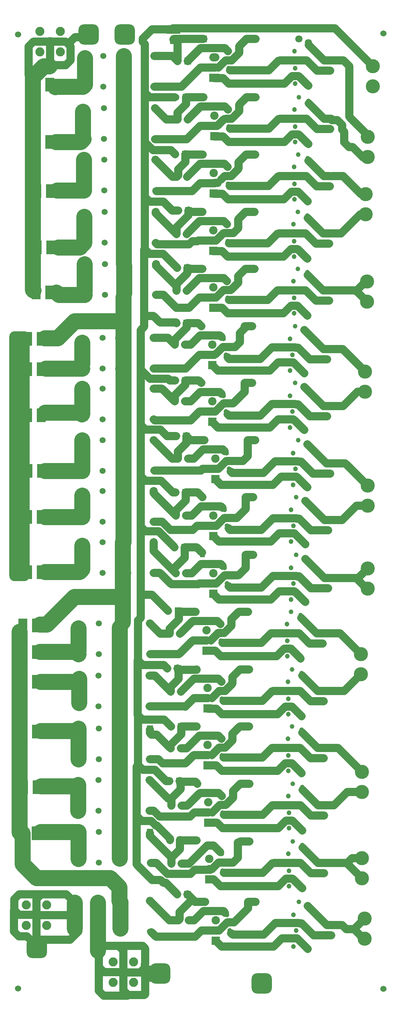
<source format=gtl>
G04 Layer: TopLayer*
G04 EasyEDA v6.5.39, 2023-12-18 16:16:31*
G04 0a3b229aafce46c6802f92c5d4cde22f,84f6a191e6f14c5fb88c895b5cbe8e50,10*
G04 Gerber Generator version 0.2*
G04 Scale: 100 percent, Rotated: No, Reflected: No *
G04 Dimensions in inches *
G04 leading zeros omitted , absolute positions ,3 integer and 6 decimal *
%FSLAX36Y36*%
%MOIN*%

%AMMACRO1*4,1,42,-0.0492,1.2205,0.0492,1.2205,0.0492,1.2205,0.0492,1.2205,0.0492,1.2205,0.068,1.2167,0.084,1.2061,0.0947,1.1901,0.0984,1.1713,0.0984,1.1713,0.0984,1.1713,0.0984,1.1713,0.0984,-1.1713,0.0984,-1.1713,0.0984,-1.1713,0.0984,-1.1713,0.0947,-1.1901,0.084,-1.2061,0.068,-1.2167,0.0492,-1.2205,0.0492,-1.2205,0.0492,-1.2205,0.0492,-1.2205,-0.0492,-1.2205,-0.0492,-1.2205,-0.0492,-1.2205,-0.0492,-1.2205,-0.068,-1.2167,-0.084,-1.2061,-0.0947,-1.1901,-0.0984,-1.1713,-0.0984,-1.1713,-0.0984,-1.1713,-0.0984,-1.1713,-0.0984,1.1713,-0.0984,1.1713,-0.0984,1.1713,-0.0984,1.1713,-0.0947,1.1901,-0.084,1.2061,-0.068,1.2167,-0.0492,1.2205,-0.0492,1.2205,0*%
%AMMACRO2*4,1,30,-0.0492,0.0984,0.0492,0.0984,0.0492,0.0984,0.068,0.0947,0.084,0.084,0.0947,0.068,0.0984,0.0492,0.0984,0.0492,0.0984,-0.0492,0.0984,-0.0492,0.0947,-0.068,0.084,-0.084,0.068,-0.0947,0.0492,-0.0984,0.0492,-0.0984,0.0492,-0.0984,0.0492,-0.0984,-0.0492,-0.0984,-0.0492,-0.0984,-0.068,-0.0947,-0.084,-0.084,-0.0947,-0.068,-0.0984,-0.0492,-0.0984,-0.0492,-0.0984,0.0492,-0.0984,0.0492,-0.0947,0.068,-0.084,0.084,-0.068,0.0947,-0.0492,0.0984,-0.0492,0.0984,0*%
%AMMACRO3*4,1,28,-0.0492,0.0984,0.0492,0.0984,0.0492,0.0984,0.068,0.0947,0.084,0.084,0.0947,0.068,0.0984,0.0492,0.0984,0.0492,0.0984,-0.0492,0.0984,-0.0492,0.0947,-0.068,0.084,-0.084,0.068,-0.0947,0.0492,-0.0984,0.0492,-0.0984,-0.0492,-0.0984,-0.0492,-0.0984,-0.068,-0.0947,-0.084,-0.084,-0.0947,-0.068,-0.0984,-0.0492,-0.0984,-0.0492,-0.0984,0.0492,-0.0984,0.0492,-0.0947,0.068,-0.084,0.084,-0.068,0.0947,-0.0492,0.0984,-0.0492,0.0984,0*%
%AMMACRO4*4,1,28,0.0492,-0.0984,-0.0492,-0.0984,-0.0492,-0.0984,-0.068,-0.0947,-0.084,-0.084,-0.0947,-0.068,-0.0984,-0.0492,-0.0984,-0.0492,-0.0984,0.0492,-0.0984,0.0492,-0.0947,0.068,-0.084,0.084,-0.068,0.0947,-0.0492,0.0984,-0.0492,0.0984,0.0492,0.0984,0.0492,0.0984,0.068,0.0947,0.084,0.084,0.0947,0.068,0.0984,0.0492,0.0984,0.0492,0.0984,-0.0492,0.0984,-0.0492,0.0947,-0.068,0.084,-0.084,0.068,-0.0947,0.0492,-0.0984,0.0492,-0.0984,0*%
%ADD10C,0.1575*%
%ADD11C,0.0787*%
%ADD12MACRO1*%
%ADD13MACRO2*%
%ADD14MACRO3*%
%ADD15MACRO4*%
%ADD16R,0.0906X0.1378*%
%ADD17C,0.0472*%
%ADD18C,0.0886*%
%ADD19C,0.0106*%
%ADD20C,0.0591*%
%ADD21R,0.0591X0.0591*%
%ADD22R,0.0453X0.0453*%
%ADD23C,0.0453*%
%ADD24C,0.0557*%
%ADD25R,0.0557X0.0557*%
%ADD26R,0.0815X0.0815*%
%ADD27C,0.0815*%
%ADD28R,0.0679X0.0679*%
%ADD29C,0.0679*%
%ADD30C,0.1378*%
%ADD31R,0.1378X0.0689*%
%ADD32R,0.0689X0.0689*%
%ADD33C,0.0709*%
%ADD34R,0.0709X0.0709*%
%ADD35R,0.0984X0.0815*%
%ADD36O,0.098425X0.081496*%
%ADD37C,0.0600*%
%ADD38C,0.1575*%

%LPD*%
D10*
X390000Y6175672D02*
G01*
X746826Y6175672D01*
D11*
X611938Y9346937D02*
G01*
X677186Y9412186D01*
X782186Y9412186D01*
X810000Y9440000D01*
X2082138Y9117138D02*
G01*
X2151259Y9186260D01*
X2211757Y9186260D01*
X2283379Y9257881D01*
X2283379Y9323379D01*
X2355000Y9395000D01*
X2445000Y9395000D01*
X1965000Y7985000D02*
G01*
X2035000Y7985000D01*
X2045000Y7985000D01*
X2035000Y7985000D01*
X2040000Y7990000D01*
X2075761Y7990000D01*
X2107500Y8022500D02*
G01*
X2141259Y8056260D01*
X2206757Y8056260D01*
X2278379Y8127881D01*
X2278379Y8193379D01*
X2350000Y8265000D01*
X2440000Y8265000D01*
X2127446Y7495000D02*
G01*
X2057973Y7425527D01*
X2127446Y7495000D01*
X1466923Y7403077D02*
G01*
X1480000Y7390000D01*
X1795568Y7390000D01*
X1825568Y7420000D01*
X1875000Y7420000D01*
X1879472Y7424473D01*
X2029472Y7424473D01*
X2030000Y7425000D01*
X2030527Y7425527D01*
X2057973Y7425527D01*
X2135000Y7500000D02*
G01*
X2227254Y7500000D01*
X2273379Y7546125D01*
X2273379Y7633379D01*
X2345000Y7705000D01*
X2435000Y7705000D01*
X1470000Y6895000D02*
G01*
X1543897Y6895000D01*
X1668897Y6770000D01*
X1750000Y6770000D01*
X1795000Y6770000D01*
X1894472Y6869473D01*
X2029472Y6869473D01*
X2030000Y6870000D01*
X2030527Y6870527D01*
X2057973Y6870527D01*
X2131223Y6943777D01*
X1446825Y4680672D02*
G01*
X1529327Y4680672D01*
X1530000Y4680000D01*
X1610000Y4600000D01*
X1830000Y4600000D01*
X1869472Y4639473D01*
X1904472Y4639473D01*
X2029472Y4639473D01*
X2030000Y4640000D01*
X2030527Y4640527D01*
X2062301Y4640527D01*
X2134766Y4712992D01*
X2136774Y4715000D01*
X2260000Y4715000D01*
X2268432Y4723431D02*
G01*
X2346259Y4801260D01*
X2346259Y4920000D01*
X2420000Y4920000D01*
X1446825Y4180671D02*
G01*
X1509327Y4180671D01*
X1620000Y4070000D01*
X1885000Y4070000D01*
X1889472Y4074473D01*
X2029472Y4074473D01*
X2030000Y4075000D01*
X2030527Y4075527D01*
X2062301Y4075527D01*
X2141774Y4155000D01*
X2270000Y4155000D01*
X2279394Y4159394D02*
G01*
X2346259Y4226260D01*
X2346259Y4355000D01*
X2420000Y4355000D01*
X2007695Y3520527D02*
G01*
X2078426Y3591259D01*
X2136757Y3591259D01*
X2208379Y3662881D01*
X2208379Y3728379D01*
X2280000Y3800000D01*
X2370000Y3800000D01*
X1991273Y1285000D02*
G01*
X1991273Y1285526D01*
X2017973Y1285526D01*
X2082446Y1350000D01*
X2223875Y1350000D01*
X2270000Y1396125D01*
X2270000Y1545000D01*
X2135000Y1250000D02*
G01*
X2515000Y1250000D01*
X2607992Y1342992D01*
X2295000Y1555000D02*
G01*
X2385000Y1555000D01*
X1425000Y670000D02*
G01*
X1470000Y625000D01*
X1855000Y625000D01*
X1865000Y635000D01*
X1914472Y684473D01*
X1929472Y684473D01*
X2054472Y684473D01*
X2055000Y685000D01*
X2055527Y685526D01*
X2087301Y685526D01*
X2166774Y765000D01*
X2232750Y765000D01*
X2371259Y903510D01*
X2371259Y965000D01*
X2445000Y965000D01*
X1455000Y5180000D02*
G01*
X1910000Y5180000D01*
X1924472Y5194473D01*
X2049472Y5194473D01*
X2050000Y5195000D01*
X2050527Y5195527D01*
X2080527Y5195527D01*
X2157956Y5272956D01*
X2320135Y5272956D01*
X2366259Y5319081D01*
X2366259Y5475000D01*
X1446825Y5680672D02*
G01*
X1457499Y5670000D01*
X1810000Y5670000D01*
X1894472Y5754473D01*
X2019472Y5754473D01*
X2020000Y5755000D01*
X2020527Y5755527D01*
X2052301Y5755527D01*
X2131774Y5835000D01*
X2225000Y5835000D01*
X2336259Y5946260D01*
X2336259Y6035000D01*
X2410000Y6035000D01*
X2266938Y6410391D02*
G01*
X2290000Y6433452D01*
X2290000Y6521774D01*
X2336259Y6568033D01*
X2336259Y6590000D01*
X2410000Y6590000D01*
X2057328Y6319882D02*
G01*
X2124774Y6387328D01*
X2243875Y6387328D01*
X2266937Y6410390D01*
X1446825Y6175672D02*
G01*
X1760672Y6175672D01*
X1894472Y6309473D01*
X2019472Y6309473D01*
X2020527Y6310527D01*
X2040527Y6310527D01*
X1460000Y8415000D02*
G01*
X1771832Y8415000D01*
X1901304Y8544473D01*
X2039472Y8544473D01*
X2040000Y8545000D01*
X2040527Y8545527D01*
X2067973Y8545527D01*
X2136223Y8613777D01*
X2153427Y8616260D02*
G01*
X2211757Y8616260D01*
X2283379Y8687881D01*
X2283379Y8753379D01*
X2355000Y8825000D01*
X2445000Y8825000D01*
X1635000Y9500000D02*
G01*
X1640000Y9500000D01*
X3220000Y9500000D01*
X3590000Y9130000D01*
X1455000Y9230000D02*
G01*
X1630000Y9230000D01*
X1680000Y9180000D01*
X1680000Y9385000D01*
X1446825Y4480672D02*
G01*
X1446825Y4393174D01*
X1632500Y4207500D01*
X1751825Y4326826D01*
X1751825Y4430674D01*
X1869325Y4430674D01*
X1920000Y4380000D01*
X1776825Y1040673D02*
G01*
X1826250Y991250D01*
X1852500Y965000D01*
X1950000Y965000D01*
X1410000Y975000D02*
G01*
X1600000Y785000D01*
X1690000Y785000D01*
X1701259Y796260D01*
X1701259Y866260D01*
X1826250Y991250D01*
X1470000Y7195000D02*
G01*
X1470000Y7180000D01*
X1659429Y6990571D01*
X1670000Y6980000D01*
X1670000Y6935000D01*
X1656825Y8270674D02*
G01*
X1617500Y8310000D01*
X1439503Y8310000D01*
X1360000Y8389502D01*
X1360000Y8871125D01*
X1360000Y9345000D01*
X1340000Y9365000D01*
X1340000Y9400000D01*
X1430000Y9490000D01*
X1640000Y9490000D01*
X1468174Y7704328D02*
G01*
X1468174Y7691826D01*
X1670000Y7490000D01*
X1670000Y7490000D01*
X1670000Y7555000D01*
X1786825Y7671826D01*
X1786825Y7720674D01*
X1802500Y7705000D01*
X1923740Y7705000D01*
X1659429Y6990571D02*
G01*
X1776825Y7107968D01*
X1776825Y7160674D01*
X1787500Y7150000D01*
X1923740Y7150000D01*
X1446825Y6475672D02*
G01*
X1589327Y6475672D01*
X1655000Y6410000D01*
X1655000Y6460000D01*
X1771825Y6576826D01*
X1771825Y6620674D01*
X1884325Y6620674D01*
X1915000Y6590000D01*
X1446825Y5980672D02*
G01*
X1529327Y5980672D01*
X1655000Y5855000D01*
X1655000Y5915000D01*
X1756825Y6016826D01*
X1756825Y6060674D01*
X1889325Y6060674D01*
X1915000Y6035000D01*
X1446825Y4980672D02*
G01*
X1446825Y4958174D01*
X1665000Y4740000D01*
X1665000Y4740000D01*
X1665000Y4790000D01*
X1761825Y4886826D01*
X1761825Y4965674D01*
X1879325Y4965674D01*
X1925000Y4920000D01*
X1632500Y4207500D02*
G01*
X1665000Y4175000D01*
X1620000Y1905000D02*
G01*
X1620000Y1975000D01*
X1710000Y2065000D01*
X1710000Y2137500D01*
X1856241Y2137500D01*
X1873740Y2120000D01*
X1720000Y1905000D02*
G01*
X1775000Y1905000D01*
X1900118Y2030118D01*
X2084882Y2030118D01*
X2115000Y2000000D01*
X1720000Y1340000D02*
G01*
X1795000Y1340000D01*
X1969884Y1514884D01*
X2035115Y1514884D01*
X2097500Y1452500D01*
X3290000Y740000D02*
G01*
X3331575Y698425D01*
X3406575Y698425D01*
X3500000Y605000D01*
X3510000Y605000D01*
X2955000Y926260D02*
G01*
X3141259Y740000D01*
X3180000Y740000D01*
X3275000Y740000D01*
X1581825Y3245674D02*
G01*
X1547500Y3280000D01*
X1341125Y3280000D01*
X1295000Y3326125D01*
X1295000Y3715000D01*
X1320000Y3740000D01*
X1320000Y3965000D01*
X1320000Y4631125D01*
X1320000Y5126125D01*
X1320000Y5626125D01*
X1366125Y5580000D01*
X1515000Y5580000D01*
X1579325Y5515674D01*
X1666825Y5515674D01*
X1320000Y3965000D02*
G01*
X1432500Y3965000D01*
X1586825Y3810674D01*
X1775000Y8825000D02*
G01*
X1933740Y8825000D01*
X290000Y840000D02*
G01*
X131125Y840000D01*
X85000Y886125D01*
X80000Y881125D01*
X80000Y675046D01*
X126125Y628921D01*
X206079Y628921D01*
X240000Y595000D01*
X85000Y886125D02*
G01*
X85000Y993874D01*
X131125Y1040000D01*
X348625Y1040000D01*
X302500Y993874D01*
X302500Y834837D01*
X660000Y834837D01*
X1363940Y340000D02*
G01*
X1363940Y63940D01*
X1355000Y55000D01*
X1196125Y55000D01*
X1191125Y50000D01*
X956125Y50000D01*
X910000Y96124D01*
X910000Y340000D01*
X302500Y575000D02*
G01*
X302500Y595000D01*
X302500Y834837D01*
X340000Y595000D02*
G01*
X630000Y595000D01*
X710000Y675000D01*
D10*
X675000Y705000D02*
G01*
X675000Y834837D01*
X675000Y960000D01*
D11*
X348625Y1040000D02*
G01*
X595000Y1040000D01*
X642500Y992500D01*
D10*
X900000Y490000D02*
G01*
X900000Y960000D01*
D11*
X1196125Y55000D02*
G01*
X1150000Y101124D01*
X1150000Y280000D01*
X960000Y280000D01*
X955000Y285000D01*
X910000Y330000D01*
X910000Y970000D01*
D10*
X1405000Y265000D02*
G01*
X1505000Y265000D01*
D11*
X1090000Y535000D02*
G01*
X1340000Y535000D01*
X1365000Y510000D01*
X1365000Y357842D01*
X1362205Y355047D01*
X1362205Y321125D01*
X1316080Y275000D01*
X1157663Y275000D01*
X1152663Y280000D01*
X1150000Y280000D01*
X1150000Y488874D01*
X1103875Y535000D01*
X930000Y535000D01*
D10*
X1120000Y705000D02*
G01*
X1120000Y965000D01*
X1110000Y975000D01*
X1112289Y977289D01*
X1112289Y1107750D01*
X1020038Y1200000D01*
X300000Y1200000D01*
X163070Y1336929D01*
X163070Y1635000D01*
D11*
X1606825Y1570674D02*
G01*
X1606825Y1581782D01*
X1477348Y1711259D01*
X1466446Y1711259D01*
X1422705Y1755000D01*
X1330000Y1755000D01*
X1280000Y1805000D01*
X1280000Y1331175D01*
X1431175Y1180000D01*
X1514503Y1180000D01*
X1543243Y1151260D01*
X1566240Y1151260D01*
X1676825Y1040673D01*
D10*
X135000Y1645000D02*
G01*
X135000Y2085000D01*
X135000Y2630000D01*
X135000Y3110000D01*
X135000Y3605000D01*
X335000Y3675000D02*
G01*
X400000Y3675000D01*
X670000Y3945000D01*
X1070000Y3945000D01*
X1145000Y3700000D02*
G01*
X1145000Y4178846D01*
X1146825Y4180671D01*
X1145000Y4182498D01*
X1145000Y4478846D01*
X1146825Y4480672D01*
D11*
X1420000Y1345000D02*
G01*
X1475000Y1345000D01*
X1580000Y1240000D01*
X1808172Y1240000D01*
X1848172Y1280000D01*
X2000000Y1280000D01*
X1320000Y5626125D02*
G01*
X1320000Y6165000D01*
X1320000Y6550000D01*
X1355000Y6585000D01*
X1355000Y6690000D01*
X1445000Y6690000D01*
X1510000Y6625000D01*
X1667500Y6625000D01*
X1671825Y6620674D01*
D10*
X1146825Y6475672D02*
G01*
X1150000Y6478846D01*
X1150000Y6875000D01*
D11*
X1355000Y6690000D02*
G01*
X1355000Y7336125D01*
X1360000Y7341125D01*
X1406125Y7295000D01*
X1542500Y7295000D01*
X1676825Y7160674D01*
X2205000Y660000D02*
G01*
X2220000Y645000D01*
X2525000Y645000D01*
X2637992Y757992D01*
X2869841Y757992D01*
X2872833Y755000D01*
X2895000Y755000D01*
X3010000Y640000D01*
X3185000Y640000D01*
X2055000Y585000D02*
G01*
X2110000Y530000D01*
X2165394Y530000D01*
X2620000Y530000D01*
X2700000Y610000D01*
X2850000Y610000D01*
X2955000Y505000D01*
X1790000Y785000D02*
G01*
X1845000Y785000D01*
X1935118Y875117D01*
X2129882Y875117D01*
X2145000Y860000D01*
X3413150Y705000D02*
G01*
X3510000Y801850D01*
D10*
X1157500Y6907500D02*
G01*
X1157500Y7182500D01*
X1146825Y6175672D02*
G01*
X1150000Y6178846D01*
X1150000Y6472498D01*
X1150000Y4480672D02*
G01*
X1150000Y4680672D01*
X1150000Y4980672D01*
X1150000Y5175672D01*
X1150000Y5475672D01*
X1150000Y5980672D01*
X1150000Y6175672D01*
X1155000Y7195000D02*
G01*
X1155000Y7404328D01*
X1155000Y7704328D01*
X1155000Y7915000D01*
X1155000Y8215000D01*
X1155000Y8420000D01*
X1155000Y8930000D01*
X1155000Y9230000D01*
D11*
X2030000Y3975000D02*
G01*
X2085000Y3920000D01*
X2140394Y3920000D01*
X2595000Y3920000D01*
X2675000Y4000000D01*
X2825000Y4000000D01*
X2930000Y3895000D01*
D10*
X385000Y5745000D02*
G01*
X682499Y5745000D01*
D11*
X1320000Y6165000D02*
G01*
X1410000Y6075000D01*
X1590000Y6075000D01*
X1604325Y6060674D01*
X1656825Y6060674D01*
X2920000Y6551260D02*
G01*
X3106259Y6365000D01*
X3145000Y6365000D01*
X3296850Y6365000D01*
X3515000Y6146849D01*
X2170000Y6285000D02*
G01*
X2185000Y6270000D01*
X2490000Y6270000D01*
X2602992Y6382992D01*
X2834841Y6382992D01*
X2837833Y6380000D01*
X2860000Y6380000D01*
X2975000Y6265000D01*
X3145000Y6265000D01*
X2020000Y6210000D02*
G01*
X2075000Y6155000D01*
X2130394Y6155000D01*
X2585000Y6155000D01*
X2665000Y6235000D01*
X2815000Y6235000D01*
X2920000Y6130000D01*
X2920000Y5996260D02*
G01*
X3106259Y5810000D01*
X3145000Y5810000D01*
X3300000Y5810000D01*
X3440000Y5950000D01*
X3515000Y5950000D01*
X2170000Y5730000D02*
G01*
X2185000Y5715000D01*
X2490000Y5715000D01*
X2602992Y5827992D01*
X2834841Y5827992D01*
X2837833Y5825000D01*
X2860000Y5825000D01*
X2975000Y5710000D01*
X3145000Y5710000D01*
X2020000Y5655000D02*
G01*
X2075000Y5600000D01*
X2130394Y5600000D01*
X2585000Y5600000D01*
X2665000Y5680000D01*
X2815000Y5680000D01*
X2920000Y5575000D01*
X2950000Y5436260D02*
G01*
X3136259Y5250000D01*
X3175000Y5250000D01*
X2200000Y5170000D02*
G01*
X2215000Y5155000D01*
X2520000Y5155000D01*
X2632992Y5267992D01*
X2864841Y5267992D01*
X2867833Y5265000D01*
X2890000Y5265000D01*
X3005000Y5150000D01*
X3175000Y5150000D01*
X3185000Y5250000D02*
G01*
X3321850Y5250000D01*
X3540000Y5031849D01*
X2380000Y5475000D02*
G01*
X2440000Y5475000D01*
X1755000Y6410000D02*
G01*
X1810000Y6410000D01*
X1900118Y6500118D01*
X2094882Y6500118D01*
X2110000Y6485000D01*
X1755000Y5855000D02*
G01*
X1810000Y5855000D01*
X1900118Y5945118D01*
X2094882Y5945118D01*
X2110000Y5930000D01*
X1785000Y5295000D02*
G01*
X1840000Y5295000D01*
X1930118Y5385118D01*
X2124882Y5385118D01*
X2140000Y5370000D01*
X1446825Y5475672D02*
G01*
X1627499Y5295000D01*
X1685000Y5295000D01*
X1685000Y5364424D01*
X1766825Y5446250D01*
X1766825Y5515674D01*
X1807500Y5475000D01*
X1945000Y5475000D01*
X2050000Y5095000D02*
G01*
X2105000Y5040000D01*
X2160394Y5040000D01*
X2615000Y5040000D01*
X2695000Y5120000D01*
X2845000Y5120000D01*
X2950000Y5015000D01*
X2930000Y4881260D02*
G01*
X3116259Y4695000D01*
X3155000Y4695000D01*
X3290000Y4695000D01*
X3430000Y4835000D01*
X3540000Y4835000D01*
X2180000Y4615000D02*
G01*
X2195000Y4600000D01*
X2500000Y4600000D01*
X2612992Y4712992D01*
X2844841Y4712992D01*
X2847833Y4710000D01*
X2870000Y4710000D01*
X2985000Y4595000D01*
X3155000Y4595000D01*
X2030000Y4540000D02*
G01*
X2085000Y4485000D01*
X2140394Y4485000D01*
X2595000Y4485000D01*
X2675000Y4565000D01*
X2825000Y4565000D01*
X2930000Y4460000D01*
X2930000Y4316260D02*
G01*
X3116259Y4130000D01*
X3155000Y4130000D01*
X3448150Y4130000D01*
X3443150Y4125000D02*
G01*
X3540000Y4221849D01*
X2180000Y4050000D02*
G01*
X2195000Y4035000D01*
X2500000Y4035000D01*
X2612992Y4147992D01*
X2844841Y4147992D01*
X2847833Y4145000D01*
X2870000Y4145000D01*
X2985000Y4030000D01*
X3155000Y4030000D01*
X3436575Y4118424D02*
G01*
X3530000Y4025000D01*
X3540000Y4025000D01*
X1765000Y4740000D02*
G01*
X1820000Y4740000D01*
X1910118Y4830118D01*
X2104882Y4830118D01*
X2120000Y4815000D01*
X1765000Y4175000D02*
G01*
X1820000Y4175000D01*
X1910118Y4265118D01*
X2104882Y4265118D01*
X2120000Y4250000D01*
D10*
X380000Y6472500D02*
G01*
X392500Y6472500D01*
X507500Y6472500D01*
X675000Y6640000D01*
X1057749Y6640000D01*
X745000Y5730000D02*
G01*
X746826Y5731826D01*
X746826Y5980672D01*
D11*
X1320000Y5126125D02*
G01*
X1366125Y5080000D01*
X1520000Y5080000D01*
X1634325Y4965674D01*
X1661825Y4965674D01*
D10*
X746826Y6220672D02*
G01*
X746826Y6430672D01*
X385000Y5175672D02*
G01*
X746826Y5175672D01*
X746826Y5475672D01*
X385000Y4725672D02*
G01*
X746826Y4725672D01*
X746826Y4935672D01*
D11*
X1320000Y4631125D02*
G01*
X1366125Y4585000D01*
X1497500Y4585000D01*
X1651825Y4430674D01*
D10*
X385000Y4190000D02*
G01*
X721826Y4190000D01*
X746826Y4215000D01*
X746826Y4445000D01*
X1115000Y1390000D02*
G01*
X1115000Y1854327D01*
X1115000Y2360000D01*
X1115000Y2660000D01*
X1115000Y3174328D01*
X1115000Y3645000D01*
X710000Y1385000D02*
G01*
X710000Y1650000D01*
X340000Y1650000D01*
D11*
X2620000Y1345000D02*
G01*
X2885000Y1345000D01*
X2985000Y1245000D01*
X3115000Y1245000D01*
X3337500Y1342500D02*
G01*
X3485000Y1195000D01*
X2905000Y1495000D02*
G01*
X3055000Y1345000D01*
X3115000Y1345000D01*
X3340000Y1345000D01*
X3386850Y1391850D01*
X3485000Y1391850D01*
X2000000Y1185000D02*
G01*
X2035118Y1185000D01*
X2100118Y1120000D01*
X2120394Y1120000D01*
X2666774Y1120000D01*
X2739766Y1192992D01*
X2805748Y1192992D01*
X2900000Y1098740D01*
X1620000Y1340000D02*
G01*
X1620000Y1395000D01*
X1705000Y1480000D01*
X1705000Y1568847D01*
X1706825Y1570674D01*
X1712500Y1565000D01*
X1868740Y1565000D01*
X1620000Y1395000D02*
G01*
X1620000Y1400000D01*
X1410000Y1610000D01*
X1410000Y1635000D01*
X1415000Y3385000D02*
G01*
X1695000Y3385000D01*
X1829472Y3519473D01*
X1964472Y3519473D01*
X1965000Y3520000D01*
X1705000Y3585000D02*
G01*
X1830118Y3710118D01*
X2069882Y3710118D01*
X2100000Y3680000D01*
X1410000Y3685000D02*
G01*
X1510000Y3585000D01*
X1605000Y3585000D01*
X1605000Y3635000D01*
X1695000Y3725000D01*
X1695000Y3802500D01*
X1697500Y3800000D01*
X1858740Y3800000D01*
X1975000Y2855000D02*
G01*
X1976378Y2853621D01*
X2061772Y2853621D01*
X2115394Y2800000D01*
X2661774Y2800000D01*
X2734766Y2872992D01*
X2800748Y2872992D01*
X2895000Y2778740D01*
X1757500Y2872500D02*
G01*
X1839472Y2954473D01*
X1974472Y2954473D01*
X1975000Y2955000D01*
X2017695Y2955527D02*
G01*
X2088426Y3026259D01*
X2146757Y3026259D01*
X2218379Y3097881D01*
X2218379Y3163379D01*
X2290000Y3235000D01*
X2380000Y3235000D01*
X1715000Y3020000D02*
G01*
X1840118Y3145118D01*
X2079882Y3145118D01*
X2110000Y3115000D01*
X1681825Y3245674D02*
G01*
X1692500Y3235000D01*
X1692500Y3233858D01*
X1867599Y3233858D01*
X1868740Y3235000D01*
X1965000Y3420000D02*
G01*
X1966378Y3418621D01*
X2051772Y3418621D01*
X2105394Y3365000D01*
X2651774Y3365000D01*
X2724766Y3437992D01*
X2790748Y3437992D01*
X2885000Y3343740D01*
X1980000Y1740000D02*
G01*
X1981378Y1738621D01*
X2066772Y1738621D01*
X2120394Y1685000D01*
X2666774Y1685000D01*
X2739766Y1757991D01*
X2805748Y1757991D01*
X2900000Y1663740D01*
X1408174Y1854327D02*
G01*
X1448875Y1854327D01*
X1503202Y1800000D01*
X1805000Y1800000D01*
X1844472Y1839472D01*
X1979472Y1839472D01*
X1980000Y1840000D01*
X2022695Y1840527D02*
G01*
X2093426Y1911259D01*
X2151757Y1911259D01*
X2223379Y1982880D01*
X2223379Y2048379D01*
X2295000Y2120000D01*
X2385000Y2120000D01*
X1975000Y2300000D02*
G01*
X1976378Y2298621D01*
X2061772Y2298621D01*
X2115394Y2245000D01*
X2661774Y2245000D01*
X2734766Y2317992D01*
X2800748Y2317992D01*
X2895000Y2223740D01*
X2017695Y2400527D02*
G01*
X2088426Y2471259D01*
X2146757Y2471259D01*
X2218379Y2542881D01*
X2218379Y2608379D01*
X2290000Y2680000D01*
X2380000Y2680000D01*
X1715000Y2465000D02*
G01*
X1770000Y2465000D01*
X1895118Y2590118D01*
X2079882Y2590118D01*
X2110000Y2560000D01*
X2135000Y1815000D02*
G01*
X2515000Y1815000D01*
X2607992Y1907991D01*
X2130000Y2375000D02*
G01*
X2510000Y2375000D01*
X2602992Y2467992D01*
X2130000Y2930000D02*
G01*
X2510000Y2930000D01*
X2602992Y3022992D01*
X2120000Y3495000D02*
G01*
X2500000Y3495000D01*
X2592992Y3587992D01*
X2605000Y3590000D02*
G01*
X2870000Y3590000D01*
X2970000Y3490000D01*
X3100000Y3490000D01*
X2620000Y1910000D02*
G01*
X2885000Y1910000D01*
X2985000Y1810000D01*
X3115000Y1810000D01*
X2615000Y2470000D02*
G01*
X2880000Y2470000D01*
X2980000Y2370000D01*
X3110000Y2370000D01*
X2615000Y3025000D02*
G01*
X2880000Y3025000D01*
X2980000Y2925000D01*
X3110000Y2925000D01*
X2905000Y2060000D02*
G01*
X3055000Y1910000D01*
X3115000Y1910000D01*
X3210000Y1910000D01*
X3340000Y2040000D01*
X3485000Y2040000D01*
X3125000Y2470000D02*
G01*
X3251850Y2470000D01*
X3485000Y2236850D01*
X2900000Y2620000D02*
G01*
X3050000Y2470000D01*
X3110000Y2470000D01*
X2900000Y3175000D02*
G01*
X3050000Y3025000D01*
X3110000Y3025000D01*
X3120000Y3025000D02*
G01*
X3310000Y3025000D01*
X3475000Y3190000D01*
X2890000Y3740000D02*
G01*
X3040000Y3590000D01*
X3100000Y3590000D01*
X3271850Y3590000D01*
X3475000Y3386850D01*
D10*
X718005Y2910000D02*
G01*
X718005Y3145000D01*
X340000Y3114328D02*
G01*
X648173Y3114328D01*
X335000Y3410000D02*
G01*
X685000Y3410000D01*
X710000Y3385000D01*
X708173Y1854327D02*
G01*
X708173Y2109328D01*
X693173Y2094327D01*
X345000Y2094327D01*
X710000Y2360000D02*
G01*
X710000Y2660000D01*
X684327Y2634328D01*
X340000Y2634328D01*
D11*
X1280000Y1805000D02*
G01*
X1280000Y2286125D01*
X1295000Y2301125D01*
X1295000Y2786125D01*
X1336125Y2745000D01*
X1552500Y2745000D01*
X1616825Y2680674D01*
X1408174Y2154328D02*
G01*
X1587502Y1975000D01*
X1620000Y1975000D01*
X1295000Y2301125D02*
G01*
X1341125Y2255000D01*
X1460000Y2255000D01*
X1569325Y2145674D01*
X1601825Y2145674D01*
X1410000Y2360000D02*
G01*
X1495000Y2360000D01*
X1535672Y2319328D01*
X1757500Y2319328D01*
X1410000Y2650000D02*
G01*
X1410000Y2615000D01*
X1425000Y2600000D01*
X1477500Y2600000D01*
X1602500Y2475000D01*
X1605000Y2475000D01*
X1615000Y2465000D01*
D10*
X710000Y3420000D02*
G01*
X710000Y3640000D01*
D11*
X1295000Y3326125D02*
G01*
X1290000Y3321125D01*
X1290000Y2791125D01*
X1295000Y2786125D01*
X1408174Y3174328D02*
G01*
X1460672Y3174328D01*
X1615000Y3020000D01*
X1615000Y3065000D01*
X1692500Y3142500D01*
X1692500Y3233858D01*
X1687163Y3233858D01*
X1701825Y2145674D02*
G01*
X1710000Y2137500D01*
X1615000Y2500000D02*
G01*
X1716825Y2601826D01*
X1716825Y2680674D01*
X1717500Y2680000D01*
X1868740Y2680000D01*
X1757500Y2317500D02*
G01*
X1839472Y2399473D01*
X1974472Y2399473D01*
X1975000Y2400000D01*
X1408174Y2874328D02*
G01*
X1757500Y2874328D01*
X480000Y9140000D02*
G01*
X588874Y9140000D01*
X635000Y9186125D01*
X635000Y9323875D01*
X588874Y9370000D01*
X435000Y9370000D01*
X433117Y9368117D01*
X433117Y9361157D01*
X432742Y9360782D01*
X432742Y9140000D01*
D10*
X485000Y8926413D02*
G01*
X481413Y8930000D01*
X755000Y8930000D01*
X775000Y8950000D01*
X775000Y9210000D01*
D11*
X225000Y9047137D02*
G01*
X225000Y9280000D01*
X225000Y9321992D01*
X271125Y9368117D01*
X433117Y9368117D01*
D10*
X270000Y6940000D02*
G01*
X265000Y6945000D01*
X265000Y7915000D01*
X265000Y8390000D01*
X265000Y8950000D01*
X265000Y9022742D01*
X372257Y9130000D01*
X427742Y9130000D01*
X512795Y7360000D02*
G01*
X723846Y7360000D01*
X768173Y7404328D01*
X768173Y7659328D01*
X495000Y6920000D02*
G01*
X520000Y6895000D01*
X770000Y6895000D01*
X500000Y7915000D02*
G01*
X765000Y7915000D01*
X765000Y8215000D01*
X490000Y8390000D02*
G01*
X730000Y8390000D01*
X760000Y8420000D01*
D11*
X3185000Y8615000D02*
G01*
X3175000Y8615000D01*
X3186259Y8603740D01*
X3211757Y8603740D01*
X3213259Y8602238D01*
X3245017Y8602238D01*
X3290000Y8557255D01*
X3290000Y8510000D01*
X3310000Y8490000D01*
X3310000Y8386125D01*
X3356125Y8340000D01*
X3395000Y8340000D01*
X3495000Y8240000D01*
X3550000Y8240000D01*
X3432203Y8302797D02*
G01*
X3432297Y8302703D01*
X2965000Y9335000D02*
G01*
X3115000Y9185000D01*
X3175000Y9185000D01*
X3305000Y9185000D01*
X3360000Y9130000D01*
X3360000Y8635000D01*
X3542500Y8452500D01*
X3435000Y6925000D02*
G01*
X3438150Y6925000D01*
X3535000Y6828150D01*
X2955000Y7090000D02*
G01*
X3105000Y6940000D01*
X3165000Y6940000D01*
X3435000Y6940000D01*
X3520000Y7025000D01*
X3535000Y7025000D01*
X2955000Y7645000D02*
G01*
X3105000Y7495000D01*
X3165000Y7495000D01*
X3280000Y7495000D01*
X3395000Y7610000D01*
X3468150Y7683150D01*
X3520000Y7683150D01*
X2960000Y8205000D02*
G01*
X3110000Y8055000D01*
X3170000Y8055000D01*
X3190000Y8055000D02*
G01*
X3300000Y8055000D01*
X3475000Y7880000D01*
X3520000Y7880000D01*
X1360000Y7341125D02*
G01*
X1360000Y7851125D01*
X1360000Y8389502D01*
X1360000Y7851125D02*
G01*
X1406125Y7805000D01*
X1545000Y7805000D01*
X1629325Y7720674D01*
X1686825Y7720674D01*
X1465000Y8215000D02*
G01*
X1630000Y8050000D01*
X1675000Y8050000D01*
X1686259Y8061260D01*
X1686259Y8121260D01*
X1756825Y8191826D01*
X1756825Y8270674D01*
X1762500Y8265000D01*
X1928740Y8265000D01*
X1460000Y8720000D02*
G01*
X1570000Y8610000D01*
X1680000Y8610000D01*
X1680000Y8675000D01*
X1765000Y8760000D01*
X1765000Y8825000D01*
X1360000Y8871125D02*
G01*
X1406125Y8825000D01*
X1655000Y8825000D01*
X1640000Y9390000D02*
G01*
X1645000Y9395000D01*
X1933740Y9395000D01*
X1475000Y7910000D02*
G01*
X1710000Y7910000D01*
X1810000Y7910000D01*
X1825000Y7910000D01*
X1900000Y7985000D01*
X1953661Y7985000D01*
X2029472Y7424473D02*
G01*
X2030000Y7425000D01*
X2030000Y6770000D02*
G01*
X2031378Y6768622D01*
X2116772Y6768622D01*
X2170394Y6715000D01*
X2716774Y6715000D01*
X2789766Y6787992D01*
X2855748Y6787992D01*
X2950000Y6693740D01*
X2670000Y6940000D02*
G01*
X2935000Y6940000D01*
X3035000Y6840000D01*
X3165000Y6840000D01*
X1770000Y6935000D02*
G01*
X1895118Y7060118D01*
X2134882Y7060118D01*
X2165000Y7030000D01*
X2143427Y6941260D02*
G01*
X2201757Y6941260D01*
X2273379Y7012881D01*
X2273379Y7078379D01*
X2345000Y7150000D01*
X2435000Y7150000D01*
X2185000Y6845000D02*
G01*
X2565000Y6845000D01*
X2657992Y6937992D01*
X2030000Y7325000D02*
G01*
X2031378Y7323622D01*
X2116772Y7323622D01*
X2170394Y7270000D01*
X2716774Y7270000D01*
X2789766Y7342992D01*
X2855748Y7342992D01*
X2950000Y7248740D01*
X2670000Y7495000D02*
G01*
X2935000Y7495000D01*
X3035000Y7395000D01*
X3165000Y7395000D01*
X1770000Y7490000D02*
G01*
X1895118Y7615118D01*
X2134882Y7615118D01*
X2165000Y7585000D01*
X2185000Y7400000D02*
G01*
X2565000Y7400000D01*
X2657992Y7492992D01*
X2034472Y7984473D02*
G01*
X2035000Y7985000D01*
X2035000Y7885000D02*
G01*
X2036378Y7883622D01*
X2121772Y7883622D01*
X2175394Y7830000D01*
X2721774Y7830000D01*
X2794766Y7902992D01*
X2860748Y7902992D01*
X2955000Y7808740D01*
X2675000Y8055000D02*
G01*
X2940000Y8055000D01*
X3040000Y7955000D01*
X3170000Y7955000D01*
X1775000Y8050000D02*
G01*
X1900118Y8175118D01*
X2139882Y8175118D01*
X2170000Y8145000D01*
X2190000Y7960000D02*
G01*
X2570000Y7960000D01*
X2662992Y8052992D01*
X2965000Y8765000D02*
G01*
X3115000Y8615000D01*
X3175000Y8615000D01*
X2040000Y8445000D02*
G01*
X2041378Y8443622D01*
X2126772Y8443622D01*
X2180394Y8390000D01*
X2726774Y8390000D01*
X2799766Y8462992D01*
X2865748Y8462992D01*
X2960000Y8368740D01*
X2680000Y8615000D02*
G01*
X2945000Y8615000D01*
X3045000Y8515000D01*
X3175000Y8515000D01*
X1780000Y8610000D02*
G01*
X1905118Y8735118D01*
X2144882Y8735118D01*
X2175000Y8705000D01*
X2195000Y8520000D02*
G01*
X2575000Y8520000D01*
X2667992Y8612992D01*
X1455000Y8930000D02*
G01*
X1694503Y8930000D01*
X1694751Y8929751D01*
X1719751Y8929751D01*
X1904472Y9114473D01*
X2039472Y9114473D01*
X2040000Y9115000D01*
X2195000Y9090000D02*
G01*
X2575000Y9090000D01*
X2667992Y9182992D01*
X2040000Y9015000D02*
G01*
X2041378Y9013622D01*
X2126772Y9013622D01*
X2180394Y8960000D01*
X2726774Y8960000D01*
X2799766Y9032992D01*
X2865748Y9032992D01*
X2960000Y8938740D01*
X1780000Y9180000D02*
G01*
X1905118Y9305118D01*
X2144882Y9305118D01*
X2175000Y9275000D01*
X2680000Y9185000D02*
G01*
X2945000Y9185000D01*
X3045000Y9085000D01*
X3175000Y9085000D01*
D10*
X770000Y6930000D02*
G01*
X770000Y7195000D01*
X753173Y8429328D02*
G01*
X753173Y8684328D01*
D12*
G01*
X135000Y5319999D03*
D13*
G01*
X1165000Y9440000D03*
D14*
G01*
X2505000Y170000D03*
G01*
X1510000Y265000D03*
D15*
G01*
X305000Y515000D03*
D13*
G01*
X810000Y9440000D03*
D16*
G01*
X213069Y4185000D03*
G01*
X346930Y4185000D03*
G01*
X213069Y4725000D03*
G01*
X346930Y4725000D03*
G01*
X351930Y5175000D03*
G01*
X218069Y5175000D03*
G01*
X346930Y5720000D03*
G01*
X213069Y5720000D03*
G01*
X346930Y6170000D03*
G01*
X213069Y6170000D03*
G01*
X346930Y6465000D03*
G01*
X213069Y6465000D03*
G01*
X296930Y1635000D03*
G01*
X163069Y1635000D03*
G01*
X306930Y2085000D03*
G01*
X173069Y2085000D03*
G01*
X301930Y2630000D03*
G01*
X168069Y2630000D03*
G01*
X301930Y3115000D03*
G01*
X168069Y3115000D03*
G01*
X301930Y3405000D03*
G01*
X168069Y3405000D03*
G01*
X301930Y3665000D03*
G01*
X168069Y3665000D03*
G01*
X298069Y6920000D03*
G01*
X431930Y6920000D03*
G01*
X308069Y7360000D03*
G01*
X441930Y7360000D03*
G01*
X303069Y7910000D03*
G01*
X436930Y7910000D03*
G01*
X298069Y8390000D03*
G01*
X431930Y8390000D03*
G01*
X298069Y8950000D03*
G01*
X431930Y8950000D03*
D11*
G75*
G01*
X2057328Y6319882D02*
G03*
X2040527Y6310527I29618J-72958D01*
D17*
G01*
X2175000Y9275000D03*
G01*
X2824610Y9275000D03*
D18*
G01*
X435000Y9370000D03*
G01*
X535000Y9270000D03*
G01*
X535000Y9470000D03*
G01*
X335000Y9470000D03*
G01*
X335000Y9270000D03*
G01*
X1050000Y380000D03*
G01*
X1250000Y380000D03*
G01*
X1250000Y180000D03*
G01*
X1050000Y180000D03*
G01*
X1150000Y280000D03*
G01*
X202500Y934840D03*
G01*
X402500Y934840D03*
G01*
X402500Y734840D03*
G01*
X202500Y734840D03*
G01*
X302500Y834840D03*
D20*
G01*
X1410000Y675000D03*
G01*
X1110000Y675000D03*
G01*
X910000Y675000D03*
G01*
X710000Y675000D03*
G01*
X710000Y975000D03*
G01*
X910000Y975000D03*
G01*
X1110000Y975000D03*
D21*
G01*
X1410000Y975000D03*
D17*
G01*
X2165000Y840000D03*
G01*
X2814610Y840000D03*
G01*
X2190000Y685000D03*
G01*
X2839610Y685000D03*
D22*
G01*
X1950000Y965000D03*
D23*
G01*
X2371259Y965000D03*
D22*
G01*
X2445000Y965000D03*
D23*
G01*
X2866259Y965000D03*
D24*
G01*
X3180000Y740000D03*
D25*
G01*
X3180000Y640000D03*
G01*
X1790000Y785000D03*
D24*
G01*
X1690000Y785000D03*
D17*
G01*
X2815000Y530000D03*
G01*
X2165390Y530000D03*
D26*
G01*
X2055000Y585000D03*
D27*
G01*
X2055000Y685000D03*
G01*
X2055000Y785000D03*
D17*
G01*
X2955000Y505000D03*
G01*
X2955000Y926260D03*
D28*
G01*
X1776830Y1040670D03*
D29*
G01*
X1676830Y1040670D03*
D30*
G01*
X3510000Y605000D03*
G01*
X3510000Y801850D03*
G01*
X3540000Y4025000D03*
G01*
X3540000Y4221849D03*
G01*
X3540000Y4835000D03*
G01*
X3540000Y5031849D03*
G01*
X3515000Y5950000D03*
G01*
X3515000Y6146849D03*
G01*
X3485000Y1195000D03*
G01*
X3485000Y1391850D03*
G01*
X3485000Y2040000D03*
G01*
X3485000Y2236850D03*
G01*
X3535000Y7025000D03*
G01*
X3535000Y6828150D03*
G01*
X3520000Y7880000D03*
G01*
X3520000Y7683150D03*
G01*
X3540000Y8440000D03*
G01*
X3540000Y8243150D03*
D29*
G01*
X1651830Y4430670D03*
D28*
G01*
X1751830Y4430670D03*
D29*
G01*
X1661830Y4965670D03*
D28*
G01*
X1761830Y4965670D03*
D29*
G01*
X1666830Y5515670D03*
D28*
G01*
X1766830Y5515670D03*
G01*
X1756830Y6060670D03*
D29*
G01*
X1656830Y6060670D03*
D28*
G01*
X1771830Y6620670D03*
D29*
G01*
X1671830Y6620670D03*
D28*
G01*
X1706830Y1570670D03*
D29*
G01*
X1606830Y1570670D03*
D28*
G01*
X1701830Y2145670D03*
D29*
G01*
X1601830Y2145670D03*
D28*
G01*
X1716830Y2680670D03*
D29*
G01*
X1616830Y2680670D03*
D28*
G01*
X1681830Y3245670D03*
D29*
G01*
X1581830Y3245670D03*
G01*
X1656830Y8270670D03*
D28*
G01*
X1756830Y8270670D03*
G01*
X1686830Y3810670D03*
D29*
G01*
X1586830Y3810670D03*
G01*
X1676830Y7160670D03*
D28*
G01*
X1776830Y7160670D03*
D29*
G01*
X1686830Y7720670D03*
D28*
G01*
X1786830Y7720670D03*
G01*
X1765000Y8825000D03*
D29*
G01*
X1665000Y8825000D03*
D31*
G01*
X1640000Y9480000D03*
D28*
G01*
X1640000Y9380000D03*
D17*
G01*
X2950000Y6693740D03*
G01*
X2950000Y7115000D03*
D26*
G01*
X2030000Y6770000D03*
D27*
G01*
X2030000Y6870000D03*
G01*
X2030000Y6970000D03*
D17*
G01*
X2820000Y6715000D03*
G01*
X2170390Y6715000D03*
D25*
G01*
X3165000Y6840000D03*
D24*
G01*
X3165000Y6940000D03*
D25*
G01*
X1770000Y6935000D03*
D24*
G01*
X1670000Y6935000D03*
D22*
G01*
X2435000Y7150000D03*
D23*
G01*
X2856259Y7150000D03*
D22*
G01*
X1923740Y7150000D03*
D23*
G01*
X2345000Y7150000D03*
D17*
G01*
X2170390Y6865000D03*
G01*
X2820000Y6865000D03*
G01*
X2165000Y7030000D03*
G01*
X2814610Y7030000D03*
G01*
X2950000Y7248740D03*
G01*
X2950000Y7670000D03*
D26*
G01*
X2030000Y7325000D03*
D27*
G01*
X2030000Y7425000D03*
G01*
X2030000Y7525000D03*
D17*
G01*
X2820000Y7270000D03*
G01*
X2170390Y7270000D03*
D25*
G01*
X3165000Y7395000D03*
D24*
G01*
X3165000Y7495000D03*
D25*
G01*
X1770000Y7490000D03*
D24*
G01*
X1670000Y7490000D03*
D22*
G01*
X2435000Y7705000D03*
D23*
G01*
X2856259Y7705000D03*
D22*
G01*
X1923740Y7705000D03*
D23*
G01*
X2345000Y7705000D03*
D17*
G01*
X2170390Y7420000D03*
G01*
X2820000Y7420000D03*
G01*
X2165000Y7585000D03*
G01*
X2814610Y7585000D03*
G01*
X2955000Y7808740D03*
G01*
X2955000Y8230000D03*
D26*
G01*
X2035000Y7885000D03*
D27*
G01*
X2035000Y7985000D03*
G01*
X2035000Y8085000D03*
D17*
G01*
X2825000Y7830000D03*
G01*
X2175390Y7830000D03*
D25*
G01*
X3170000Y7955000D03*
D24*
G01*
X3170000Y8055000D03*
D25*
G01*
X1775000Y8050000D03*
D24*
G01*
X1675000Y8050000D03*
D22*
G01*
X2440000Y8265000D03*
D23*
G01*
X2861259Y8265000D03*
D22*
G01*
X1928740Y8265000D03*
D23*
G01*
X2350000Y8265000D03*
D17*
G01*
X2175390Y7980000D03*
G01*
X2825000Y7980000D03*
G01*
X2170000Y8145000D03*
G01*
X2819610Y8145000D03*
G01*
X2960000Y8368740D03*
G01*
X2960000Y8790000D03*
D26*
G01*
X2040000Y8445000D03*
D27*
G01*
X2040000Y8545000D03*
G01*
X2040000Y8645000D03*
D17*
G01*
X2830000Y8390000D03*
G01*
X2180390Y8390000D03*
D25*
G01*
X3175000Y8515000D03*
D24*
G01*
X3175000Y8615000D03*
G01*
X1680000Y8610000D03*
D25*
G01*
X1780000Y8610000D03*
D22*
G01*
X2445000Y8825000D03*
D23*
G01*
X2866259Y8825000D03*
D22*
G01*
X1933740Y8825000D03*
D23*
G01*
X2355000Y8825000D03*
D17*
G01*
X2180390Y8540000D03*
G01*
X2830000Y8540000D03*
G01*
X2175000Y8705000D03*
G01*
X2824610Y8705000D03*
G01*
X2180390Y9110000D03*
G01*
X2830000Y9110000D03*
D20*
G01*
X2355000Y9395000D03*
D32*
G01*
X1933740Y9395000D03*
D20*
G01*
X2445000Y9395000D03*
D33*
G01*
X2866259Y9395000D03*
D34*
G01*
X1780000Y9180000D03*
D33*
G01*
X1680000Y9180000D03*
D25*
G01*
X3175000Y9085000D03*
D24*
G01*
X3175000Y9185000D03*
D17*
G01*
X2830000Y8960000D03*
G01*
X2180390Y8960000D03*
D35*
G01*
X2040000Y9015000D03*
D36*
G01*
X2040000Y9115000D03*
G01*
X2040000Y9215000D03*
D17*
G01*
X2960000Y8938740D03*
D33*
G01*
X2960000Y9360000D03*
D17*
G01*
X2764610Y1435000D03*
G01*
X2115000Y1435000D03*
G01*
X2770000Y1270000D03*
G01*
X2120390Y1270000D03*
D23*
G01*
X2290000Y1565000D03*
D22*
G01*
X1868740Y1565000D03*
D23*
G01*
X2806259Y1555000D03*
D22*
G01*
X2385000Y1555000D03*
D24*
G01*
X1620000Y1340000D03*
D25*
G01*
X1720000Y1340000D03*
D24*
G01*
X3115000Y1345000D03*
D25*
G01*
X3115000Y1245000D03*
D17*
G01*
X2120390Y1120000D03*
G01*
X2770000Y1120000D03*
D27*
G01*
X1990000Y1385000D03*
G01*
X1990000Y1285000D03*
D26*
G01*
X1990000Y1185000D03*
D17*
G01*
X2900000Y1520000D03*
G01*
X2900000Y1098740D03*
G01*
X2764610Y2000000D03*
G01*
X2115000Y2000000D03*
G01*
X2770000Y1835000D03*
G01*
X2120390Y1835000D03*
D23*
G01*
X2295000Y2120000D03*
D22*
G01*
X1873740Y2120000D03*
D23*
G01*
X2806259Y2120000D03*
D22*
G01*
X2385000Y2120000D03*
D24*
G01*
X1620000Y1905000D03*
D25*
G01*
X1720000Y1905000D03*
D24*
G01*
X3115000Y1910000D03*
D25*
G01*
X3115000Y1810000D03*
D17*
G01*
X2120390Y1685000D03*
G01*
X2770000Y1685000D03*
D27*
G01*
X1980000Y1940000D03*
G01*
X1980000Y1840000D03*
D26*
G01*
X1980000Y1740000D03*
D17*
G01*
X2900000Y2085000D03*
G01*
X2900000Y1663740D03*
G01*
X2895000Y2645000D03*
G01*
X2895000Y2223740D03*
D27*
G01*
X1975000Y2500000D03*
G01*
X1975000Y2400000D03*
D26*
G01*
X1975000Y2300000D03*
D17*
G01*
X2115390Y2245000D03*
G01*
X2765000Y2245000D03*
D24*
G01*
X3110000Y2470000D03*
D25*
G01*
X3110000Y2370000D03*
D24*
G01*
X1615000Y2465000D03*
D25*
G01*
X1715000Y2465000D03*
D23*
G01*
X2801259Y2680000D03*
D22*
G01*
X2380000Y2680000D03*
D23*
G01*
X2290000Y2680000D03*
D22*
G01*
X1868740Y2680000D03*
D17*
G01*
X2765000Y2395000D03*
G01*
X2115390Y2395000D03*
G01*
X2759610Y2560000D03*
G01*
X2110000Y2560000D03*
G01*
X2759610Y3115000D03*
G01*
X2110000Y3115000D03*
G01*
X2765000Y2950000D03*
G01*
X2115390Y2950000D03*
D23*
G01*
X2290000Y3235000D03*
D22*
G01*
X1868740Y3235000D03*
D23*
G01*
X2801259Y3235000D03*
D22*
G01*
X2380000Y3235000D03*
D24*
G01*
X1615000Y3020000D03*
D25*
G01*
X1715000Y3020000D03*
D24*
G01*
X3110000Y3025000D03*
D25*
G01*
X3110000Y2925000D03*
D17*
G01*
X2115390Y2800000D03*
G01*
X2765000Y2800000D03*
D27*
G01*
X1975000Y3055000D03*
G01*
X1975000Y2955000D03*
D26*
G01*
X1975000Y2855000D03*
D17*
G01*
X2895000Y3200000D03*
G01*
X2895000Y2778740D03*
G01*
X2930000Y3895000D03*
G01*
X2930000Y4316260D03*
D26*
G01*
X2030000Y3975000D03*
D27*
G01*
X2030000Y4075000D03*
G01*
X2030000Y4175000D03*
D17*
G01*
X2790000Y3920000D03*
G01*
X2140390Y3920000D03*
D24*
G01*
X1665000Y4175000D03*
D25*
G01*
X1765000Y4175000D03*
G01*
X3155000Y4030000D03*
D24*
G01*
X3155000Y4130000D03*
D23*
G01*
X2841259Y4355000D03*
D22*
G01*
X2420000Y4355000D03*
D23*
G01*
X2346259Y4355000D03*
D22*
G01*
X1925000Y4355000D03*
D17*
G01*
X2814610Y4075000D03*
G01*
X2165000Y4075000D03*
G01*
X2789610Y4230000D03*
G01*
X2140000Y4230000D03*
G01*
X2930000Y4881260D03*
G01*
X2930000Y4460000D03*
D27*
G01*
X2030000Y4740000D03*
G01*
X2030000Y4640000D03*
D26*
G01*
X2030000Y4540000D03*
D17*
G01*
X2790000Y4485000D03*
G01*
X2140390Y4485000D03*
D24*
G01*
X1665000Y4740000D03*
D25*
G01*
X1765000Y4740000D03*
G01*
X3155000Y4595000D03*
D24*
G01*
X3155000Y4695000D03*
D23*
G01*
X2841259Y4920000D03*
D22*
G01*
X2420000Y4920000D03*
D23*
G01*
X2346259Y4920000D03*
D22*
G01*
X1925000Y4920000D03*
D17*
G01*
X2814610Y4640000D03*
G01*
X2165000Y4640000D03*
G01*
X2789610Y4795000D03*
G01*
X2140000Y4795000D03*
G01*
X2809610Y5350000D03*
G01*
X2160000Y5350000D03*
G01*
X2834610Y5195000D03*
G01*
X2185000Y5195000D03*
D23*
G01*
X2366259Y5475000D03*
D22*
G01*
X1945000Y5475000D03*
D23*
G01*
X2861259Y5475000D03*
D22*
G01*
X2440000Y5475000D03*
D25*
G01*
X3175000Y5150000D03*
D24*
G01*
X3175000Y5250000D03*
G01*
X1685000Y5295000D03*
D25*
G01*
X1785000Y5295000D03*
D17*
G01*
X2160390Y5040000D03*
G01*
X2810000Y5040000D03*
D27*
G01*
X2050000Y5295000D03*
G01*
X2050000Y5195000D03*
D26*
G01*
X2050000Y5095000D03*
D17*
G01*
X2950000Y5436260D03*
G01*
X2950000Y5015000D03*
G01*
X2779610Y5910000D03*
G01*
X2130000Y5910000D03*
G01*
X2804610Y5755000D03*
G01*
X2155000Y5755000D03*
D23*
G01*
X2336259Y6035000D03*
D22*
G01*
X1915000Y6035000D03*
D23*
G01*
X2831259Y6035000D03*
D22*
G01*
X2410000Y6035000D03*
D25*
G01*
X3145000Y5710000D03*
D24*
G01*
X3145000Y5810000D03*
G01*
X1655000Y5855000D03*
D25*
G01*
X1755000Y5855000D03*
D17*
G01*
X2130390Y5600000D03*
G01*
X2780000Y5600000D03*
D27*
G01*
X2020000Y5855000D03*
G01*
X2020000Y5755000D03*
D26*
G01*
X2020000Y5655000D03*
D17*
G01*
X2920000Y5996260D03*
G01*
X2920000Y5575000D03*
G01*
X2920000Y6551260D03*
G01*
X2920000Y6130000D03*
G01*
X2885000Y3765000D03*
G01*
X2885000Y3343740D03*
D20*
G01*
X1455000Y8930000D03*
G01*
X1155000Y8930000D03*
G01*
X955000Y8930000D03*
G01*
X755000Y8930000D03*
G01*
X755000Y9230000D03*
G01*
X955000Y9230000D03*
G01*
X1155000Y9230000D03*
D21*
G01*
X1455000Y9230000D03*
G01*
X1460000Y8720000D03*
D20*
G01*
X1460000Y8420000D03*
G01*
X1160000Y8420000D03*
G01*
X960000Y8420000D03*
G01*
X760000Y8420000D03*
G01*
X760000Y8720000D03*
G01*
X960000Y8720000D03*
G01*
X1160000Y8720000D03*
G01*
X1468170Y7404330D03*
G01*
X1168170Y7404330D03*
G01*
X968170Y7404330D03*
G01*
X768170Y7404330D03*
G01*
X768170Y7704330D03*
G01*
X968170Y7704330D03*
G01*
X1168170Y7704330D03*
D21*
G01*
X1468170Y7704330D03*
D20*
G01*
X1465000Y7915000D03*
G01*
X1165000Y7915000D03*
G01*
X965000Y7915000D03*
G01*
X765000Y7915000D03*
G01*
X765000Y8215000D03*
G01*
X965000Y8215000D03*
G01*
X1165000Y8215000D03*
D21*
G01*
X1465000Y8215000D03*
D20*
G01*
X1470000Y6895000D03*
G01*
X1170000Y6895000D03*
G01*
X970000Y6895000D03*
G01*
X770000Y6895000D03*
G01*
X770000Y7195000D03*
G01*
X970000Y7195000D03*
G01*
X1170000Y7195000D03*
D21*
G01*
X1470000Y7195000D03*
G01*
X1446830Y4480670D03*
D20*
G01*
X1146830Y4480670D03*
G01*
X946829Y4480670D03*
G01*
X746829Y4480670D03*
G01*
X746829Y4180670D03*
G01*
X946829Y4180670D03*
G01*
X1146830Y4180670D03*
G01*
X1446830Y4180670D03*
D21*
G01*
X1410000Y1650000D03*
D20*
G01*
X1110000Y1650000D03*
G01*
X910000Y1650000D03*
G01*
X710000Y1650000D03*
G01*
X710000Y1350000D03*
G01*
X910000Y1350000D03*
G01*
X1110000Y1350000D03*
G01*
X1410000Y1350000D03*
D21*
G01*
X1446830Y5475670D03*
D20*
G01*
X1146830Y5475670D03*
G01*
X946829Y5475670D03*
G01*
X746829Y5475670D03*
G01*
X746829Y5175670D03*
G01*
X946829Y5175670D03*
G01*
X1146830Y5175670D03*
G01*
X1446830Y5175670D03*
D21*
G01*
X1410000Y2660000D03*
D20*
G01*
X1110000Y2660000D03*
G01*
X910000Y2660000D03*
G01*
X710000Y2660000D03*
G01*
X710000Y2360000D03*
G01*
X910000Y2360000D03*
G01*
X1110000Y2360000D03*
G01*
X1410000Y2360000D03*
D21*
G01*
X1408170Y2154330D03*
D20*
G01*
X1108170Y2154330D03*
G01*
X908170Y2154330D03*
G01*
X708170Y2154330D03*
G01*
X708170Y1854330D03*
G01*
X908170Y1854330D03*
G01*
X1108170Y1854330D03*
G01*
X1408170Y1854330D03*
G01*
X1446830Y4680670D03*
G01*
X1146830Y4680670D03*
G01*
X946829Y4680670D03*
G01*
X746829Y4680670D03*
G01*
X746829Y4980670D03*
G01*
X946829Y4980670D03*
G01*
X1146830Y4980670D03*
D21*
G01*
X1446830Y4980670D03*
D20*
G01*
X1446830Y5680670D03*
G01*
X1146830Y5680670D03*
G01*
X946829Y5680670D03*
G01*
X746829Y5680670D03*
G01*
X746829Y5980670D03*
G01*
X946829Y5980670D03*
G01*
X1146830Y5980670D03*
D21*
G01*
X1446830Y5980670D03*
D20*
G01*
X1108170Y3174330D03*
G01*
X908170Y3174330D03*
G01*
X708170Y3174330D03*
G01*
X708170Y2874330D03*
G01*
X908170Y2874330D03*
G01*
X1108170Y2874330D03*
G01*
X1408170Y2874330D03*
D21*
G01*
X1408170Y3174330D03*
G01*
X1446830Y6475670D03*
D20*
G01*
X1146830Y6475670D03*
G01*
X946829Y6475670D03*
G01*
X746829Y6475670D03*
G01*
X746829Y6175670D03*
G01*
X946829Y6175670D03*
G01*
X1146830Y6175670D03*
G01*
X1446830Y6175670D03*
D21*
G01*
X1410000Y3685000D03*
D20*
G01*
X1110000Y3685000D03*
G01*
X910000Y3685000D03*
G01*
X710000Y3685000D03*
G01*
X710000Y3385000D03*
G01*
X910000Y3385000D03*
G01*
X1110000Y3385000D03*
G01*
X1410000Y3385000D03*
D27*
G01*
X2020000Y6410000D03*
G01*
X2020000Y6310000D03*
D26*
G01*
X2020000Y6210000D03*
D17*
G01*
X2130390Y6155000D03*
G01*
X2780000Y6155000D03*
D30*
G01*
X3590000Y9130000D03*
G01*
X3590000Y8933150D03*
G01*
X3475000Y3386850D03*
G01*
X3475000Y3190000D03*
D27*
G01*
X1965000Y3620000D03*
G01*
X1965000Y3520000D03*
D26*
G01*
X1965000Y3420000D03*
D17*
G01*
X2105390Y3365000D03*
G01*
X2755000Y3365000D03*
D24*
G01*
X1655000Y6410000D03*
D25*
G01*
X1755000Y6410000D03*
G01*
X3145000Y6265000D03*
D24*
G01*
X3145000Y6365000D03*
G01*
X3100000Y3590000D03*
D25*
G01*
X3100000Y3490000D03*
D24*
G01*
X1605000Y3585000D03*
D25*
G01*
X1705000Y3585000D03*
D23*
G01*
X2831259Y6590000D03*
D22*
G01*
X2410000Y6590000D03*
D23*
G01*
X2336259Y6590000D03*
D22*
G01*
X1915000Y6590000D03*
D23*
G01*
X2791259Y3800000D03*
D22*
G01*
X2370000Y3800000D03*
D23*
G01*
X2280000Y3800000D03*
D22*
G01*
X1858740Y3800000D03*
D17*
G01*
X2804610Y6310000D03*
G01*
X2155000Y6310000D03*
G01*
X2755000Y3515000D03*
G01*
X2105390Y3515000D03*
G01*
X2779610Y6465000D03*
G01*
X2130000Y6465000D03*
G01*
X2749610Y3680000D03*
G01*
X2100000Y3680000D03*
D37*
G01*
X120000Y9440000D03*
G01*
X3694629Y115000D03*
G01*
X120000Y120000D03*
G01*
X3695000Y9450000D03*
D38*
G01*
X2505000Y170000D03*
G01*
X1160000Y9445000D03*
M02*

</source>
